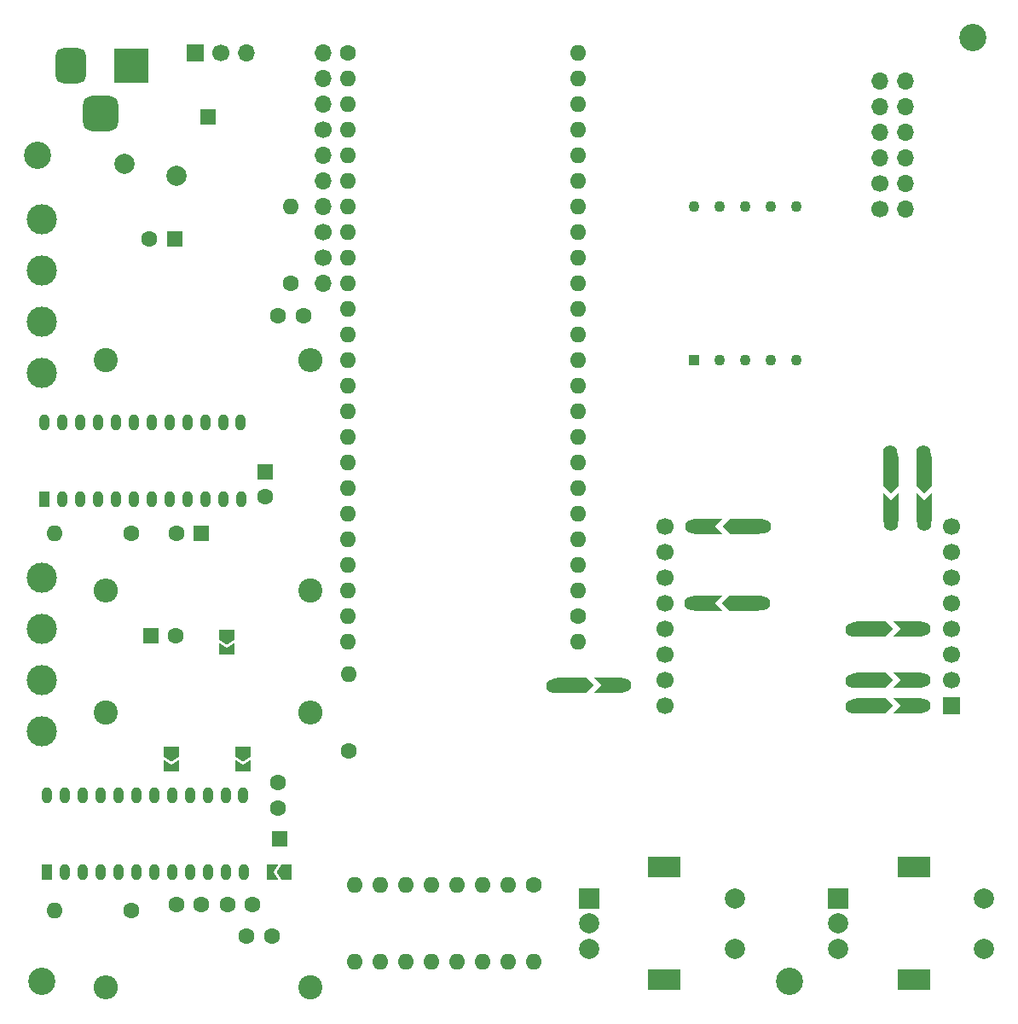
<source format=gts>
G04 #@! TF.GenerationSoftware,KiCad,Pcbnew,(6.0.11)*
G04 #@! TF.CreationDate,2023-02-22T21:26:36+09:00*
G04 #@! TF.ProjectId,tangnano9k_motordriver,74616e67-6e61-46e6-9f39-6b5f6d6f746f,rev?*
G04 #@! TF.SameCoordinates,Original*
G04 #@! TF.FileFunction,Soldermask,Top*
G04 #@! TF.FilePolarity,Negative*
%FSLAX46Y46*%
G04 Gerber Fmt 4.6, Leading zero omitted, Abs format (unit mm)*
G04 Created by KiCad (PCBNEW (6.0.11)) date 2023-02-22 21:26:36*
%MOMM*%
%LPD*%
G01*
G04 APERTURE LIST*
G04 Aperture macros list*
%AMRoundRect*
0 Rectangle with rounded corners*
0 $1 Rounding radius*
0 $2 $3 $4 $5 $6 $7 $8 $9 X,Y pos of 4 corners*
0 Add a 4 corners polygon primitive as box body*
4,1,4,$2,$3,$4,$5,$6,$7,$8,$9,$2,$3,0*
0 Add four circle primitives for the rounded corners*
1,1,$1+$1,$2,$3*
1,1,$1+$1,$4,$5*
1,1,$1+$1,$6,$7*
1,1,$1+$1,$8,$9*
0 Add four rect primitives between the rounded corners*
20,1,$1+$1,$2,$3,$4,$5,0*
20,1,$1+$1,$4,$5,$6,$7,0*
20,1,$1+$1,$6,$7,$8,$9,0*
20,1,$1+$1,$8,$9,$2,$3,0*%
%AMFreePoly0*
4,1,14,3.433000,0.000000,2.671000,-0.762000,0.131000,-0.762000,-0.631000,-0.723997,-0.123000,-0.281995,-0.123000,-0.150000,-0.150000,-0.150000,-0.150000,0.150000,-0.123000,0.150000,-0.123000,0.234002,-0.631000,0.676003,0.131000,0.762000,2.671000,0.762000,3.433000,0.000000,3.433000,0.000000,$1*%
%AMFreePoly1*
4,1,10,0.799000,0.700000,0.323000,0.254000,0.323000,-0.254000,0.799000,-0.700000,0.323000,-0.762000,-2.217000,-0.762000,-1.455000,0.000000,-2.217000,0.762000,0.069000,0.762000,0.799000,0.700000,0.799000,0.700000,$1*%
%AMFreePoly2*
4,1,6,1.000000,0.000000,0.500000,-0.750000,-0.500000,-0.750000,-0.500000,0.750000,0.500000,0.750000,1.000000,0.000000,1.000000,0.000000,$1*%
%AMFreePoly3*
4,1,6,0.500000,-0.750000,-0.650000,-0.750000,-0.150000,0.000000,-0.650000,0.750000,0.500000,0.750000,0.500000,-0.750000,0.500000,-0.750000,$1*%
G04 Aperture macros list end*
%ADD10O,1.700000X1.700000*%
%ADD11C,1.700000*%
%ADD12C,2.400000*%
%ADD13O,2.400000X2.400000*%
%ADD14C,1.400000*%
%ADD15FreePoly0,0.000000*%
%ADD16FreePoly1,0.000000*%
%ADD17C,1.600000*%
%ADD18O,1.600000X1.600000*%
%ADD19R,1.600000X1.600000*%
%ADD20FreePoly0,180.000000*%
%ADD21FreePoly1,180.000000*%
%ADD22FreePoly2,270.000000*%
%ADD23FreePoly3,270.000000*%
%ADD24C,2.700000*%
%ADD25R,2.000000X2.000000*%
%ADD26C,2.000000*%
%ADD27R,3.200000X2.000000*%
%ADD28R,1.500000X1.500000*%
%ADD29R,1.000000X1.600000*%
%ADD30O,1.000000X1.600000*%
%ADD31R,1.100000X1.100000*%
%ADD32C,1.100000*%
%ADD33R,1.700000X1.700000*%
%ADD34C,2.010000*%
%ADD35R,3.500000X3.500000*%
%ADD36RoundRect,0.750000X-0.750000X-1.000000X0.750000X-1.000000X0.750000X1.000000X-0.750000X1.000000X0*%
%ADD37RoundRect,0.875000X-0.875000X-0.875000X0.875000X-0.875000X0.875000X0.875000X-0.875000X0.875000X0*%
%ADD38FreePoly0,270.000000*%
%ADD39FreePoly1,270.000000*%
%ADD40C,3.000000*%
%ADD41FreePoly2,180.000000*%
%ADD42FreePoly3,180.000000*%
G04 APERTURE END LIST*
D10*
G04 #@! TO.C,J4*
X150585000Y-53594000D03*
X148045000Y-53594000D03*
X150585000Y-56134000D03*
X148045000Y-56134000D03*
X150585000Y-58674000D03*
X148045000Y-58674000D03*
X150585000Y-61214000D03*
X148045000Y-61214000D03*
X150585000Y-63754000D03*
D11*
X148045000Y-63754000D03*
D10*
X150585000Y-66294000D03*
D11*
X148045000Y-66294000D03*
G04 #@! TD*
D12*
G04 #@! TO.C,R3*
X91440000Y-104140000D03*
D13*
X71120000Y-104140000D03*
G04 #@! TD*
D14*
G04 #@! TO.C,JP11*
X145288000Y-113053997D03*
D15*
X145919000Y-113030000D03*
D16*
X151569000Y-113030000D03*
D14*
X152368000Y-113030000D03*
G04 #@! TD*
D12*
G04 #@! TO.C,R8*
X71120000Y-81280000D03*
D13*
X91440000Y-81280000D03*
G04 #@! TD*
D17*
G04 #@! TO.C,R1*
X73660000Y-98425000D03*
D18*
X66040000Y-98425000D03*
G04 #@! TD*
D17*
G04 #@! TO.C,C8*
X88265000Y-76835000D03*
X90765000Y-76835000D03*
G04 #@! TD*
G04 #@! TO.C,R5*
X89535000Y-73660000D03*
D18*
X89535000Y-66040000D03*
G04 #@! TD*
D17*
G04 #@! TO.C,C6*
X86995000Y-94837500D03*
D19*
X86995000Y-92337500D03*
G04 #@! TD*
D14*
G04 #@! TO.C,JP12*
X145288000Y-107973997D03*
D15*
X145919000Y-107950000D03*
D16*
X151569000Y-107950000D03*
D14*
X152368000Y-107950000D03*
G04 #@! TD*
D20*
G04 #@! TO.C,JP16*
X135767000Y-105410000D03*
D14*
X136398000Y-105386003D03*
X129318000Y-105410000D03*
D21*
X130117000Y-105410000D03*
G04 #@! TD*
D17*
G04 #@! TO.C,C9*
X88265000Y-125710000D03*
X88265000Y-123210000D03*
G04 #@! TD*
G04 #@! TO.C,C1*
X85110000Y-138430000D03*
X87610000Y-138430000D03*
G04 #@! TD*
D22*
G04 #@! TO.C,JP5*
X77638122Y-120087889D03*
D23*
X77638122Y-121537889D03*
G04 #@! TD*
D24*
G04 #@! TO.C,REF\u002A\u002A*
X157226000Y-49276000D03*
G04 #@! TD*
D19*
G04 #@! TO.C,C2*
X77987651Y-69215000D03*
D17*
X75487651Y-69215000D03*
G04 #@! TD*
D25*
G04 #@! TO.C,Rotary_SW1*
X119115000Y-134660000D03*
D26*
X119115000Y-139660000D03*
X119115000Y-137160000D03*
D27*
X126615000Y-142760000D03*
X126615000Y-131560000D03*
D26*
X133615000Y-139660000D03*
X133615000Y-134660000D03*
G04 #@! TD*
D17*
G04 #@! TO.C,R6*
X95250000Y-120015000D03*
D18*
X95250000Y-112395000D03*
G04 #@! TD*
D22*
G04 #@! TO.C,JP7*
X84791886Y-120087889D03*
D23*
X84791886Y-121537889D03*
G04 #@! TD*
D28*
G04 #@! TO.C,TP2*
X88392000Y-128778000D03*
G04 #@! TD*
D29*
G04 #@! TO.C,U2*
X65024000Y-95046851D03*
D30*
X66802000Y-95046851D03*
X68580000Y-95046851D03*
X70358000Y-95046851D03*
X72136000Y-95046851D03*
X73914000Y-95046851D03*
X75692000Y-95046851D03*
X77470000Y-95046851D03*
X79248000Y-95046851D03*
X81026000Y-95046851D03*
X82804000Y-95046851D03*
X84582000Y-95046851D03*
X84532000Y-87446851D03*
X82792000Y-87446851D03*
X81014000Y-87446851D03*
X79236000Y-87446851D03*
X77458000Y-87446851D03*
X75680000Y-87446851D03*
X73902000Y-87446851D03*
X72124000Y-87446851D03*
X70346000Y-87446851D03*
X68568000Y-87446851D03*
X66790000Y-87446851D03*
X65012000Y-87446851D03*
G04 #@! TD*
D31*
G04 #@! TO.C,DS1*
X129540000Y-81280000D03*
D32*
X132080000Y-81280000D03*
X134620000Y-81280000D03*
X137160000Y-81280000D03*
X139700000Y-81280000D03*
X139700000Y-66040000D03*
X137160000Y-66040000D03*
X134620000Y-66040000D03*
X132080000Y-66040000D03*
X129540000Y-66040000D03*
G04 #@! TD*
D17*
G04 #@! TO.C,C7*
X83205000Y-135255000D03*
X85705000Y-135255000D03*
G04 #@! TD*
D33*
G04 #@! TO.C,U1*
X80025000Y-50800000D03*
D11*
X82565000Y-50800000D03*
D10*
X85105000Y-50800000D03*
G04 #@! TD*
D12*
G04 #@! TO.C,R4*
X91440000Y-143510000D03*
D13*
X71120000Y-143510000D03*
G04 #@! TD*
D29*
G04 #@! TO.C,U3*
X65287702Y-132045000D03*
D30*
X67065702Y-132045000D03*
X68843702Y-132045000D03*
X70621702Y-132045000D03*
X72399702Y-132045000D03*
X74177702Y-132045000D03*
X75955702Y-132045000D03*
X77733702Y-132045000D03*
X79511702Y-132045000D03*
X81289702Y-132045000D03*
X83067702Y-132045000D03*
X84845702Y-132045000D03*
X84795702Y-124445000D03*
X83055702Y-124445000D03*
X81277702Y-124445000D03*
X79499702Y-124445000D03*
X77721702Y-124445000D03*
X75943702Y-124445000D03*
X74165702Y-124445000D03*
X72387702Y-124445000D03*
X70609702Y-124445000D03*
X68831702Y-124445000D03*
X67053702Y-124445000D03*
X65275702Y-124445000D03*
G04 #@! TD*
D17*
G04 #@! TO.C,C5*
X78125000Y-135255000D03*
X80625000Y-135255000D03*
G04 #@! TD*
D33*
G04 #@! TO.C,U5*
X155150000Y-115510000D03*
D11*
X155170000Y-112970000D03*
X155170000Y-110430000D03*
X155170000Y-107890000D03*
X155170000Y-105350000D03*
X155170000Y-102810000D03*
X155170000Y-100270000D03*
X155170000Y-97730000D03*
X126690000Y-97790000D03*
X126690000Y-100330000D03*
X126690000Y-102870000D03*
X126690000Y-105410000D03*
X126690000Y-107950000D03*
X126690000Y-110490000D03*
X126690000Y-113030000D03*
X126690000Y-115570000D03*
G04 #@! TD*
D34*
G04 #@! TO.C,F1*
X73025000Y-61755426D03*
X78125000Y-62955426D03*
G04 #@! TD*
D35*
G04 #@! TO.C,J1*
X73660000Y-52070000D03*
D36*
X67660000Y-52070000D03*
D37*
X70660000Y-56770000D03*
G04 #@! TD*
D17*
G04 #@! TO.C,U4*
X95187500Y-50800000D03*
D18*
X95187500Y-53340000D03*
X95187500Y-55880000D03*
X95187500Y-58420000D03*
X95187500Y-60960000D03*
X95187500Y-63500000D03*
X95187500Y-66040000D03*
X95187500Y-68580000D03*
X95187500Y-71120000D03*
X95187500Y-73660000D03*
X95187500Y-76200000D03*
X95187500Y-78740000D03*
X95187500Y-81280000D03*
X95187500Y-83820000D03*
X95187500Y-86360000D03*
X95187500Y-88900000D03*
X95187500Y-91440000D03*
X95187500Y-93980000D03*
X95187500Y-96520000D03*
X95187500Y-99060000D03*
X95187500Y-101600000D03*
X95187500Y-104140000D03*
X95187500Y-106680000D03*
X95187500Y-109220000D03*
X118047500Y-109220000D03*
D17*
X118047500Y-106680000D03*
D18*
X118047500Y-104140000D03*
X118047500Y-101600000D03*
X118047500Y-99060000D03*
X118047500Y-96520000D03*
X118047500Y-93980000D03*
X118047500Y-91440000D03*
X118047500Y-88900000D03*
X118047500Y-86360000D03*
X118047500Y-83820000D03*
X118047500Y-81280000D03*
X118047500Y-78740000D03*
X118047500Y-76200000D03*
X118047500Y-73660000D03*
X118047500Y-71120000D03*
X118047500Y-68580000D03*
X118047500Y-66040000D03*
X118047500Y-63500000D03*
X118047500Y-60960000D03*
X118047500Y-58420000D03*
X118047500Y-55880000D03*
X118047500Y-53340000D03*
X118047500Y-50800000D03*
G04 #@! TD*
D20*
G04 #@! TO.C,JP15*
X135836000Y-97790000D03*
D14*
X136467000Y-97766003D03*
X129387000Y-97790000D03*
D21*
X130186000Y-97790000D03*
G04 #@! TD*
D17*
G04 #@! TO.C,C3*
X78085000Y-108585000D03*
D19*
X75585000Y-108585000D03*
G04 #@! TD*
D11*
G04 #@! TO.C,Pin2*
X92710000Y-68570000D03*
D10*
X92710000Y-66030000D03*
X92710000Y-63490000D03*
X92710000Y-60950000D03*
G04 #@! TD*
D17*
G04 #@! TO.C,R2*
X73660000Y-135890000D03*
D18*
X66040000Y-135890000D03*
G04 #@! TD*
D24*
G04 #@! TO.C,REF\u002A\u002A*
X64770000Y-142875000D03*
G04 #@! TD*
D14*
G04 #@! TO.C,JP14*
X152376003Y-90424000D03*
D38*
X152400000Y-91055000D03*
D14*
X152400000Y-97504000D03*
D39*
X152400000Y-96705000D03*
G04 #@! TD*
D11*
G04 #@! TO.C,Pin3*
X92710000Y-71120000D03*
D10*
X92710000Y-73660000D03*
G04 #@! TD*
D40*
G04 #@! TO.C,J3*
X64770000Y-102870000D03*
X64770000Y-107950000D03*
X64770000Y-113030000D03*
X64770000Y-118110000D03*
G04 #@! TD*
D11*
G04 #@! TO.C,Pin1*
X92710000Y-58410000D03*
D10*
X92710000Y-55870000D03*
X92710000Y-53330000D03*
X92710000Y-50790000D03*
G04 #@! TD*
D24*
G04 #@! TO.C,REF\u002A\u002A*
X139065000Y-142875000D03*
G04 #@! TD*
D22*
G04 #@! TO.C,JP6*
X83185000Y-108495000D03*
D23*
X83185000Y-109945000D03*
G04 #@! TD*
D40*
G04 #@! TO.C,J2*
X64770000Y-67310000D03*
X64770000Y-72390000D03*
X64770000Y-77470000D03*
X64770000Y-82550000D03*
G04 #@! TD*
D28*
G04 #@! TO.C,TP1*
X81280000Y-57150000D03*
G04 #@! TD*
D17*
G04 #@! TO.C,C4*
X78125000Y-98425000D03*
D19*
X80625000Y-98425000D03*
G04 #@! TD*
D14*
G04 #@! TO.C,JP17*
X115570000Y-113561997D03*
D15*
X116201000Y-113538000D03*
D16*
X121851000Y-113538000D03*
D14*
X122650000Y-113538000D03*
G04 #@! TD*
D38*
G04 #@! TO.C,JP13*
X149098000Y-91055000D03*
D14*
X149074003Y-90424000D03*
D39*
X149098000Y-96705000D03*
D14*
X149098000Y-97504000D03*
G04 #@! TD*
D25*
G04 #@! TO.C,Rotary_SW2*
X143880000Y-134660000D03*
D26*
X143880000Y-139660000D03*
X143880000Y-137160000D03*
D27*
X151380000Y-131560000D03*
X151380000Y-142760000D03*
D26*
X158380000Y-139660000D03*
X158380000Y-134660000D03*
G04 #@! TD*
D14*
G04 #@! TO.C,JP10*
X145288000Y-115593997D03*
D15*
X145919000Y-115570000D03*
D16*
X151569000Y-115570000D03*
D14*
X152368000Y-115570000D03*
G04 #@! TD*
D17*
G04 #@! TO.C,SW1*
X113675000Y-133329796D03*
D18*
X111135000Y-133329796D03*
X108595000Y-133329796D03*
X106055000Y-133329796D03*
X103515000Y-133329796D03*
X100975000Y-133329796D03*
X98435000Y-133329796D03*
X95895000Y-133329796D03*
X95895000Y-140949796D03*
X98435000Y-140949796D03*
X100975000Y-140949796D03*
X103515000Y-140949796D03*
X106055000Y-140949796D03*
X108595000Y-140949796D03*
X111135000Y-140949796D03*
X113675000Y-140949796D03*
G04 #@! TD*
D41*
G04 #@! TO.C,JP8*
X89117000Y-132080000D03*
D42*
X87667000Y-132080000D03*
G04 #@! TD*
D12*
G04 #@! TO.C,R7*
X71120000Y-116205000D03*
D13*
X91440000Y-116205000D03*
G04 #@! TD*
D24*
G04 #@! TO.C,REF\u002A\u002A*
X64400000Y-60900000D03*
G04 #@! TD*
M02*

</source>
